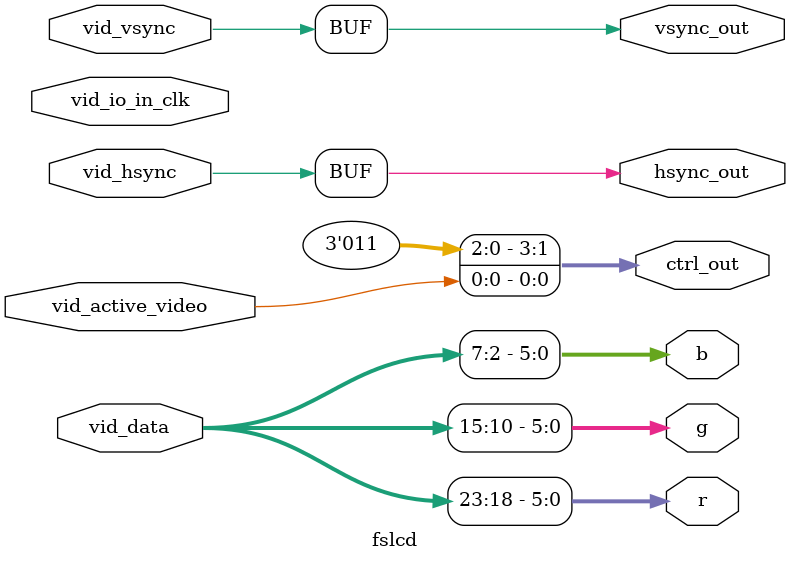
<source format=v>
`timescale 1ns / 1ps
module fslcd #
(
	/// single component data width
	parameter integer C_IN_COMP_WIDTH = 8,
	parameter integer C_OUT_COMP_WIDTH = 6
) (
	input vid_io_in_clk,

	input vid_active_video,
	input [C_IN_COMP_WIDTH*3-1:0] vid_data,
	input vid_hsync,
	input vid_vsync,

	output [C_OUT_COMP_WIDTH-1:0] r,
	output [C_OUT_COMP_WIDTH-1:0] g,
	output [C_OUT_COMP_WIDTH-1:0] b,
	output hsync_out,
	output vsync_out,
	output [3:0] ctrl_out
);

	function integer com_msb (input integer com_idx);
	begin
		com_msb = C_IN_COMP_WIDTH * (com_idx + 1) - 1;
	end
	endfunction

	function integer com_lsb_shrink (input integer com_idx);
	begin
		com_lsb_shrink = C_IN_COMP_WIDTH * (com_idx + 1) - C_OUT_COMP_WIDTH;
	end
	endfunction

	function integer com_lsb_extent (input integer com_idx);
	begin
		com_lsb_extent = C_IN_COMP_WIDTH * com_idx;
	end
	endfunction

	localparam integer C_EXTENT = C_OUT_COMP_WIDTH - C_IN_COMP_WIDTH;

	assign ctrl_out[0] = vid_active_video;
	assign ctrl_out[1] = 1;
	assign ctrl_out[2] = 1;
	assign ctrl_out[3] = 0;

	if (C_IN_COMP_WIDTH >= C_OUT_COMP_WIDTH) begin
		assign r = vid_data[com_msb(2):com_lsb_shrink(2)];
		assign g = vid_data[com_msb(1):com_lsb_shrink(1)];
		assign b = vid_data[com_msb(0):com_lsb_shrink(0)];
	end
	else begin
		assign r = { vid_data[com_msb(2):com_lsb_extent(2)], {C_EXTENT{1'b1}} };
		assign g = { vid_data[com_msb(1):com_lsb_extent(1)], {C_EXTENT{1'b1}} };
		assign b = { vid_data[com_msb(0):com_lsb_extent(0)], {C_EXTENT{1'b1}} };
	end

	assign hsync_out = vid_hsync;
	assign vsync_out = vid_vsync;

endmodule

</source>
